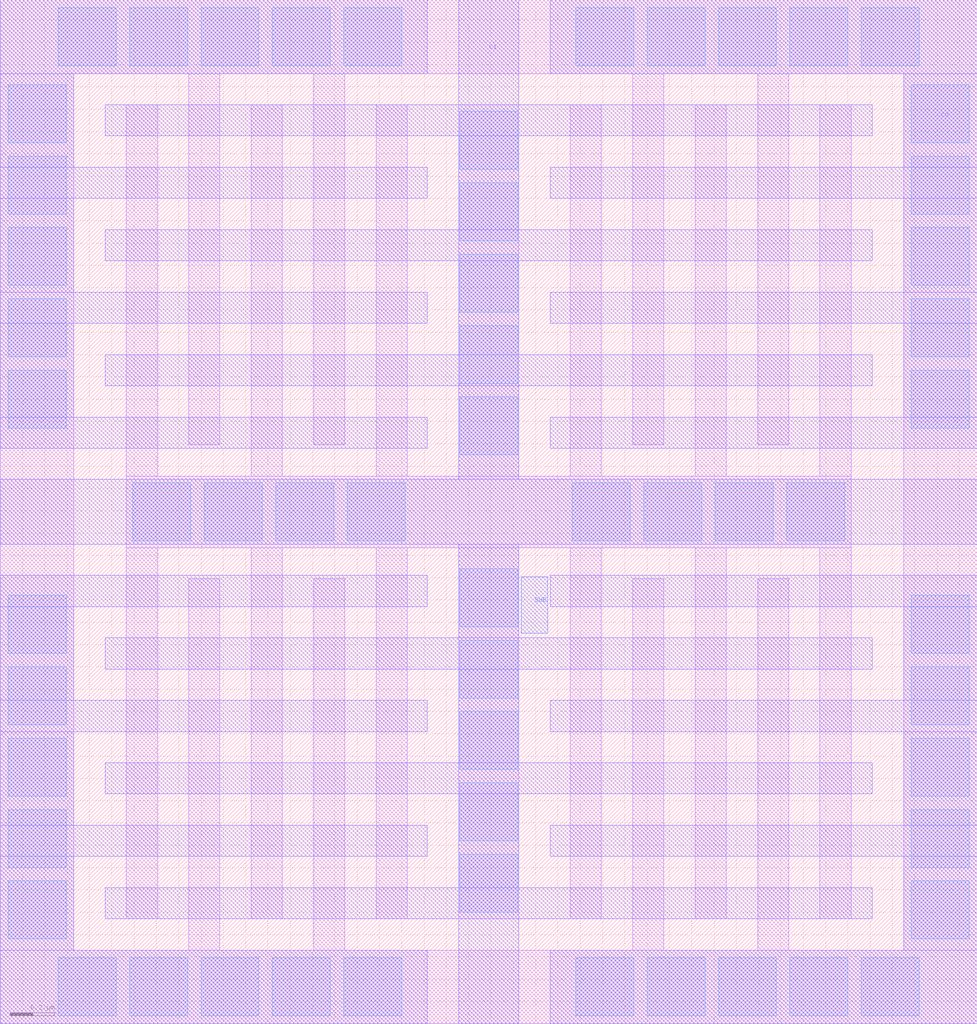
<source format=lef>
# Copyright 2020 The SkyWater PDK Authors
#
# Licensed under the Apache License, Version 2.0 (the "License");
# you may not use this file except in compliance with the License.
# You may obtain a copy of the License at
#
#     https://www.apache.org/licenses/LICENSE-2.0
#
# Unless required by applicable law or agreed to in writing, software
# distributed under the License is distributed on an "AS IS" BASIS,
# WITHOUT WARRANTIES OR CONDITIONS OF ANY KIND, either express or implied.
# See the License for the specific language governing permissions and
# limitations under the License.
#
# SPDX-License-Identifier: Apache-2.0

VERSION 5.7 ;
  NOWIREEXTENSIONATPIN ON ;
  DIVIDERCHAR "/" ;
  BUSBITCHARS "[]" ;
MACRO sky130_fd_pr__cap_vpp_04p4x04p6_m1m2_noshield
  CLASS BLOCK ;
  FOREIGN sky130_fd_pr__cap_vpp_04p4x04p6_m1m2_noshield ;
  ORIGIN  0.000000  0.000000 ;
  SIZE  4.380000 BY  4.590000 ;
  PIN C0
    PORT
      LAYER met2 ;
        RECT 0.000000 0.000000 1.915000 0.330000 ;
        RECT 0.000000 0.330000 0.330000 0.750000 ;
        RECT 0.000000 0.750000 1.915000 0.890000 ;
        RECT 0.000000 0.890000 0.330000 1.310000 ;
        RECT 0.000000 1.310000 1.915000 1.450000 ;
        RECT 0.000000 1.450000 0.330000 1.870000 ;
        RECT 0.000000 1.870000 1.915000 2.010000 ;
        RECT 0.000000 2.580000 1.915000 2.720000 ;
        RECT 0.000000 2.720000 0.330000 3.140000 ;
        RECT 0.000000 3.140000 1.915000 3.280000 ;
        RECT 0.000000 3.280000 0.330000 3.700000 ;
        RECT 0.000000 3.700000 1.915000 3.840000 ;
        RECT 0.000000 3.840000 0.330000 4.260000 ;
        RECT 0.000000 4.260000 1.915000 4.590000 ;
        RECT 2.465000 0.000000 4.380000 0.330000 ;
        RECT 2.465000 0.750000 4.380000 0.890000 ;
        RECT 2.465000 1.310000 4.380000 1.450000 ;
        RECT 2.465000 1.870000 4.380000 2.010000 ;
        RECT 2.465000 2.580000 4.380000 2.720000 ;
        RECT 2.465000 3.140000 4.380000 3.280000 ;
        RECT 2.465000 3.700000 4.380000 3.840000 ;
        RECT 2.465000 4.260000 4.380000 4.590000 ;
        RECT 4.050000 0.330000 4.380000 0.750000 ;
        RECT 4.050000 0.890000 4.380000 1.310000 ;
        RECT 4.050000 1.450000 4.380000 1.870000 ;
        RECT 4.050000 2.720000 4.380000 3.140000 ;
        RECT 4.050000 3.280000 4.380000 3.700000 ;
        RECT 4.050000 3.840000 4.380000 4.260000 ;
    END
  END C0
  PIN C1
    PORT
      LAYER met2 ;
        RECT 0.000000 2.150000 4.380000 2.440000 ;
        RECT 0.470000 0.470000 3.910000 0.610000 ;
        RECT 0.470000 1.030000 3.910000 1.170000 ;
        RECT 0.470000 1.590000 3.910000 1.730000 ;
        RECT 0.470000 2.860000 3.910000 3.000000 ;
        RECT 0.470000 3.420000 3.910000 3.560000 ;
        RECT 0.470000 3.980000 3.910000 4.120000 ;
        RECT 2.055000 0.000000 2.325000 0.470000 ;
        RECT 2.055000 0.610000 2.325000 1.030000 ;
        RECT 2.055000 1.170000 2.325000 1.590000 ;
        RECT 2.055000 1.730000 2.325000 2.150000 ;
        RECT 2.055000 2.440000 2.325000 2.860000 ;
        RECT 2.055000 3.000000 2.325000 3.420000 ;
        RECT 2.055000 3.560000 2.325000 3.980000 ;
        RECT 2.055000 4.120000 2.325000 4.590000 ;
    END
  END C1
  PIN SUB
    PORT
      LAYER pwell ;
        RECT 2.335000 1.750000 2.455000 2.005000 ;
    END
  END SUB
  OBS
    LAYER met1 ;
      RECT 0.000000 0.000000 4.380000 0.330000 ;
      RECT 0.000000 0.330000 0.330000 4.260000 ;
      RECT 0.000000 4.260000 4.380000 4.590000 ;
      RECT 0.565000 0.470000 0.705000 2.135000 ;
      RECT 0.565000 2.135000 3.815000 2.455000 ;
      RECT 0.565000 2.455000 0.705000 4.120000 ;
      RECT 0.845000 0.330000 0.985000 1.995000 ;
      RECT 0.845000 2.595000 0.985000 4.260000 ;
      RECT 1.125000 0.470000 1.265000 2.135000 ;
      RECT 1.125000 2.455000 1.265000 4.120000 ;
      RECT 1.405000 0.330000 1.545000 1.995000 ;
      RECT 1.405000 2.595000 1.545000 4.260000 ;
      RECT 1.685000 0.470000 1.825000 2.135000 ;
      RECT 1.685000 2.455000 1.825000 4.120000 ;
      RECT 2.055000 0.470000 2.325000 2.135000 ;
      RECT 2.055000 2.455000 2.325000 4.120000 ;
      RECT 2.555000 0.470000 2.695000 2.135000 ;
      RECT 2.555000 2.455000 2.695000 4.120000 ;
      RECT 2.835000 0.330000 2.975000 1.995000 ;
      RECT 2.835000 2.595000 2.975000 4.260000 ;
      RECT 3.115000 0.470000 3.255000 2.135000 ;
      RECT 3.115000 2.455000 3.255000 4.120000 ;
      RECT 3.395000 0.330000 3.535000 1.995000 ;
      RECT 3.395000 2.595000 3.535000 4.260000 ;
      RECT 3.675000 0.470000 3.815000 2.135000 ;
      RECT 3.675000 2.455000 3.815000 4.120000 ;
      RECT 4.050000 0.330000 4.380000 4.260000 ;
    LAYER via ;
      RECT 0.035000 0.380000 0.295000 0.640000 ;
      RECT 0.035000 0.700000 0.295000 0.960000 ;
      RECT 0.035000 1.020000 0.295000 1.280000 ;
      RECT 0.035000 1.340000 0.295000 1.600000 ;
      RECT 0.035000 1.660000 0.295000 1.920000 ;
      RECT 0.035000 2.670000 0.295000 2.930000 ;
      RECT 0.035000 2.990000 0.295000 3.250000 ;
      RECT 0.035000 3.310000 0.295000 3.570000 ;
      RECT 0.035000 3.630000 0.295000 3.890000 ;
      RECT 0.035000 3.950000 0.295000 4.210000 ;
      RECT 0.260000 0.035000 0.520000 0.295000 ;
      RECT 0.260000 4.295000 0.520000 4.555000 ;
      RECT 0.580000 0.035000 0.840000 0.295000 ;
      RECT 0.580000 4.295000 0.840000 4.555000 ;
      RECT 0.595000 2.165000 0.855000 2.425000 ;
      RECT 0.900000 0.035000 1.160000 0.295000 ;
      RECT 0.900000 4.295000 1.160000 4.555000 ;
      RECT 0.915000 2.165000 1.175000 2.425000 ;
      RECT 1.220000 0.035000 1.480000 0.295000 ;
      RECT 1.220000 4.295000 1.480000 4.555000 ;
      RECT 1.235000 2.165000 1.495000 2.425000 ;
      RECT 1.540000 0.035000 1.800000 0.295000 ;
      RECT 1.540000 4.295000 1.800000 4.555000 ;
      RECT 1.555000 2.165000 1.815000 2.425000 ;
      RECT 2.060000 0.500000 2.320000 0.760000 ;
      RECT 2.060000 0.820000 2.320000 1.080000 ;
      RECT 2.060000 1.140000 2.320000 1.400000 ;
      RECT 2.060000 1.460000 2.320000 1.720000 ;
      RECT 2.060000 1.780000 2.320000 2.040000 ;
      RECT 2.060000 2.550000 2.320000 2.810000 ;
      RECT 2.060000 2.870000 2.320000 3.130000 ;
      RECT 2.060000 3.190000 2.320000 3.450000 ;
      RECT 2.060000 3.510000 2.320000 3.770000 ;
      RECT 2.060000 3.830000 2.320000 4.090000 ;
      RECT 2.565000 2.165000 2.825000 2.425000 ;
      RECT 2.580000 0.035000 2.840000 0.295000 ;
      RECT 2.580000 4.295000 2.840000 4.555000 ;
      RECT 2.885000 2.165000 3.145000 2.425000 ;
      RECT 2.900000 0.035000 3.160000 0.295000 ;
      RECT 2.900000 4.295000 3.160000 4.555000 ;
      RECT 3.205000 2.165000 3.465000 2.425000 ;
      RECT 3.220000 0.035000 3.480000 0.295000 ;
      RECT 3.220000 4.295000 3.480000 4.555000 ;
      RECT 3.525000 2.165000 3.785000 2.425000 ;
      RECT 3.540000 0.035000 3.800000 0.295000 ;
      RECT 3.540000 4.295000 3.800000 4.555000 ;
      RECT 3.860000 0.035000 4.120000 0.295000 ;
      RECT 3.860000 4.295000 4.120000 4.555000 ;
      RECT 4.085000 0.380000 4.345000 0.640000 ;
      RECT 4.085000 0.700000 4.345000 0.960000 ;
      RECT 4.085000 1.020000 4.345000 1.280000 ;
      RECT 4.085000 1.340000 4.345000 1.600000 ;
      RECT 4.085000 1.660000 4.345000 1.920000 ;
      RECT 4.085000 2.670000 4.345000 2.930000 ;
      RECT 4.085000 2.990000 4.345000 3.250000 ;
      RECT 4.085000 3.310000 4.345000 3.570000 ;
      RECT 4.085000 3.630000 4.345000 3.890000 ;
      RECT 4.085000 3.950000 4.345000 4.210000 ;
  END
END sky130_fd_pr__cap_vpp_04p4x04p6_m1m2_noshield
END LIBRARY

</source>
